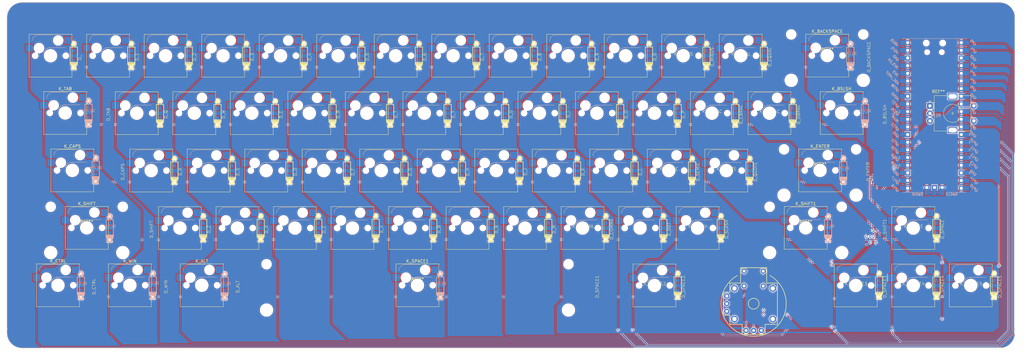
<source format=kicad_pcb>
(kicad_pcb (version 20221018) (generator pcbnew)
  (layers (0 "F.Cu" signal) (31 "B.Cu" signal) (34 "B.Paste" user) (35 "F.Paste" user) (36 "B.SilkS" user "B.Silkscreen") (37 "F.SilkS" user "F.Silkscreen") (38 "B.Mask" user) (39 "F.Mask" user) (44 "Edge.Cuts" user))
  (net 0 "")
  (footprint "personal:nothing" (layer "F.Cu") (at 440.50009 207.922334 90)
    (fp_text reference "D_ENTER")
    (fp_text value "D")
  )
  (footprint "personal:1u mx hotswap with diode" (layer "F.Cu") (at 244.73759 226.472334)
    (fp_text reference "K_C")
    (fp_text value "KEYSW")
  )
  (footprint "Mounting_Keyboard_Stabilizer:Stabilizer_Cherry_MX_2.00u" (layer "F.Cu") (at 418.56884 207.422334)
    (fp_text reference "REF**")
    (fp_text value "Stabilizer_Cherry_MX_2.00u")
  )
  (footprint "personal:1u mx hotswap with diode" (layer "F.Cu") (at 282.83759 226.472334)
    (fp_text reference "K_B")
    (fp_text value "KEYSW")
  )
  (footprint "personal:1u mx hotswap with diode" (layer "F.Cu") (at 292.36259 207.422334)
    (fp_text reference "K_H")
    (fp_text value "KEYSW")
  )
  (footprint "personal:nothing" (layer "F.Cu") (at 226.18759 246.022334 90)
    (fp_text reference "D_ALT")
    (fp_text value "D")
  )
  (footprint "personal:1u mx hotswap with diode" (layer "F.Cu") (at 182.82509 169.322334)
    (fp_text reference "K_1")
    (fp_text value "KEYSW")
  )
  (footprint "personal:nothing" (layer "F.Cu") (at 292.86259 226.972334 90)
    (fp_text reference "D_B")
    (fp_text value "D")
  )
  (footprint "Switch_Keyboard_Hotswap_Kailh:SW_Hotswap_Kailh_MX_2.00u" (layer "F.Cu") (at 420.95009 169.322334)
    (fp_text reference "K_BACKSPACE")
    (fp_text value "KEYSW")
  )
  (footprint "personal:nothing" (layer "F.Cu") (at 216.66259 226.972334 90)
    (fp_text reference "D_Z")
    (fp_text value "D")
  )
  (footprint "personal:nothing" (layer "F.Cu") (at 178.56259 246.022334 90)
    (fp_text reference "D_CTRL")
    (fp_text value "D")
  )
  (footprint "personal:nothing" (layer "F.Cu") (at 345.25009 169.822334 90)
    (fp_text reference "D_9")
    (fp_text value "D")
  )
  (footprint "personal:1u mx hotswap with diode" (layer "F.Cu") (at 197.11259 207.422334)
    (fp_text reference "K_A")
    (fp_text value "KEYSW")
  )
  (footprint "personal:1u mx hotswap with diode" (layer "F.Cu") (at 311.41259 207.422334)
    (fp_text reference "K_J")
    (fp_text value "KEYSW")
  )
  (footprint "personal:nothing" (layer "F.Cu") (at 311.91259 226.972334 90)
    (fp_text reference "D_N")
    (fp_text value "D")
  )
  (footprint "personal:nothing" (layer "F.Cu") (at 297.62509 188.872334 90)
    (fp_text reference "D_Y")
    (fp_text value "D")
  )
  (footprint "personal:1u mx hotswap with diode" (layer "F.Cu") (at 325.70009 188.372334)
    (fp_text reference "K_I")
    (fp_text value "KEYSW")
  )
  (footprint "Switch_Keyboard_Hotswap_Kailh:SW_Hotswap_Kailh_MX_1.25u" (layer "F.Cu") (at 189.96884 245.522334)
    (fp_text reference "K_WIN")
    (fp_text value "KEYSW")
  )
  (footprint "PS4_joystick_footprint-main:PS4_joystick" (layer "F.Cu") (at 396.566235 251.639321)
    (fp_text reference "REF**" hide)
    (fp_text value "XDCR_COM-09032" hide)
  )
  (footprint "personal:1u mx hotswap with diode" (layer "F.Cu") (at 449.52509 245.522334)
    (fp_text reference "K_SPACE4")
    (fp_text value "KEYSW")
  )
  (footprint "personal:nothing" (layer "F.Cu") (at 383.35009 169.822334 90)
    (fp_text reference "D_MINUS")
    (fp_text value "D")
  )
  (footprint "personal:nothing" (layer "F.Cu") (at 269.05009 169.822334 90)
    (fp_text reference "D_5")
    (fp_text value "D")
  )
  (footprint "personal:nothing" (layer "F.Cu") (at 288.10009 169.822334 90)
    (fp_text reference "D_6")
    (fp_text value "D")
  )
  (footprint "personal:nothing" (layer "F.Cu") (at 335.72509 188.872334 90)
    (fp_text reference "D_I")
    (fp_text value "D")
  )
  (footprint "personal:nothing" (layer "F.Cu") (at 316.67509 188.872334 90)
    (fp_text reference "D_U")
    (fp_text value "D")
  )
  (footprint "personal:nothing" (layer "F.Cu") (at 402.40009 169.822334 90)
    (fp_text reference "D_EQUAL")
    (fp_text value "D")
  )
  (footprint "personal:nothing" (layer "F.Cu") (at 440.50009 188.872334 90)
    (fp_text reference "D_BSLSH")
    (fp_text value "D")
  )
  (footprint "personal:1u mx hotswap with diode" (layer "F.Cu") (at 468.57509 245.522334)
    (fp_text reference "K_SPACE5")
    (fp_text value "KEYSW")
  )
  (footprint "Switch_Keyboard_Hotswap_Kailh:SW_Hotswap_Kailh_MX_1.75u" (layer "F.Cu") (at 170.91884 207.422334)
    (fp_text reference "K_CAPS")
    (fp_text value "KEYSW")
  )
  (footprint "Mounting_Keyboard_Stabilizer:Stabilizer_Cherry_MX_6.25u" (layer "F.Cu") (at 285.237077 245.522033)
    (fp_text reference "REF**")
    (fp_text value "Stabilizer_Cherry_MX_6.25u" hide)
  )
  (footprint "personal:1u mx hotswap with diode" (layer "F.Cu") (at 392.37509 169.322334)
    (fp_text reference "K_EQUAL")
    (fp_text value "KEYSW")
  )
  (footprint "personal:nothing" (layer "F.Cu") (at 283.33759 207.922334 90)
    (fp_text reference "D_G")
    (fp_text value "D")
  )
  (footprint "Switch_Keyboard_Hotswap_Kailh:SW_Hotswap_Kailh_MX_1.25u" (layer "F.Cu") (at 213.78134 245.522334)
    (fp_text reference "K_ALT")
    (fp_text value "KEYSW")
  )
  (footprint "personal:1u mx hotswap with diode" (layer "F.Cu") (at 320.93759 226.472334)
    (fp_text reference "K_M")
    (fp_text value "KEYSW")
  )
  (footprint "Switch_Keyboard_Hotswap_Kailh:SW_Hotswap_Kailh_MX_2.25u" (layer "F.Cu") (at 418.56884 207.422334)
    (fp_text reference "K_ENTER")
    (fp_text value "KEYSW")
  )
  (footprint "personal:nothing" (layer "F.Cu") (at 459.55009 246.022334 90)
    (fp_text reference "D_SPACE4")
    (fp_text value "D")
  )
  (footprint "Switch_Keyboard_Hotswap_Kailh:SW_Hotswap_Kailh_MX_2.75u" (layer "F.Cu") (at 413.80634 226.472334)
    (fp_text reference "K_SHIFT1")
    (fp_text value "KEYSW")
  )
  (footprint "personal:nothing" (layer "F.Cu") (at 373.82509 188.872334 90)
    (fp_text reference "D_P")
    (fp_text value "D")
  )
  (footprint "Switch_Keyboard_Hotswap_Kailh:SW_Hotswap_Kailh_MX_6.25u" (layer "F.Cu") (at 285.21884 245.522334)
    (fp_text reference "K_SPACE1")
    (fp_text value "KEYSW")
  )
  (footprint "personal:nothing" (layer "F.Cu") (at 207.13759 207.922334 90)
    (fp_text reference "D_A")
    (fp_text value "D")
  )
  (footprint "personal:nothing" (layer "F.Cu") (at 245.23759 207.922334 90)
    (fp_text reference "D_D")
    (fp_text value "D")
  )
  (footprint "personal:nothing" (layer "F.Cu") (at 354.77509 188.872334 90)
    (fp_text reference "D_O")
    (fp_text value "D")
  )
  (footprint "personal:nothing" (layer "F.Cu") (at 364.30009 169.822334 90)
    (fp_text reference "D_0")
    (fp_text value "D")
  )
  (footprint "personal:nothing" (layer "F.Cu") (at 221.42509 188.872334 90)
    (fp_text reference "D_W")
    (fp_text value "D")
  )
  (footprint "personal:1u mx hotswap with diode" (layer "F.Cu") (at 259.02509 169.322334)
    (fp_text reference "K_5")
    (fp_text value "KEYSW")
  )
  (footprint "personal:1u mx hotswap with diode" (layer "F.Cu") (at 225.68759 226.472334)
    (fp_text reference "K_X")
    (fp_text value "KEYSW")
  )
  (footprint "personal:nothing" (layer "F.Cu") (at 340.48759 207.922334 90)
    (fp_text reference "D_K")
    (fp_text value "D")
  )
  (footprint "personal:nothing" (layer "F.Cu") (at 250.00009 169.822334 90)
    (fp_text reference "D_4")
    (fp_text value "D")
  )
  (footprint "personal:nothing" (layer "F.Cu") (at 388.11259 226.972334 90)
    (fp_text reference "D_SLASH")
    (fp_text value "D")
  )
  (footprint "personal:nothing" (layer "F.Cu") (at 202.37509 246.022334 90)
    (fp_text reference "D_WIN")
    (fp_text value "D")
  )
  (footprint "personal:1u mx hotswap with diode" (layer "F.Cu") (at 359.03759 226.472334)
    (fp_text reference "K_DOT")
    (fp_text value "KEYSW")
  )
  (footprint "personal:1u mx hotswap with diode" (layer "F.Cu") (at 220.92509 169.322334)
    (fp_text reference "K_3")
    (fp_text value "KEYSW")
  )
  (footprint "personal:nothing" (layer "F.Cu") (at 211.90009 169.822334 90)
    (fp_text reference "D_2")
    (fp_text value "D")
  )
  (footprint "Mounting_Keyboard_Stabilizer:Stabilizer_Cherry_MX_2.00u" (layer "F.Cu") (at 420.95009 169.322334)
    (fp_text reference "REF**")
    (fp_text value "Stabilizer_Cherry_MX_2.00u")
  )
  (footprint "personal:nothing" (layer "F.Cu") (at 307.15009 169.822334 90)
    (fp_text reference "D_7")
    (fp_text value "D")
  )
  (footprint "personal:nothing" (layer "F.Cu") (at 188.08759 207.922334 90)
    (fp_text reference "D_CAPS")
    (fp_text value "D")
  )
  (footprint "personal:1u mx hotswap with diode" (layer "F.Cu") (at 278.07509 169.322334)
    (fp_text reference "K_6")
    (fp_text value "KEYSW")
  )
  (footprint "personal:nothing" (layer "F.Cu") (at 350.01259 226.972334 90)
    (fp_text reference "D_COMMA")
    (fp_text value "D")
  )
  (footprint "Switch_Keyboard_Hotswap_Kailh:SW_Hotswap_Kailh_MX_1.50u" (layer "F.Cu") (at 168.53759 188.372334)
    (fp_text reference "K_TAB")
    (fp_text value "KEYSW")
  )
  (footprint "personal:1u mx hotswap with diode" (layer "F.Cu") (at 301.88759 226.472334)
    (fp_text reference "K_N")
    (fp_text value "KEYSW")
  )
  (footprint "personal:1u mx hotswap with diode" (layer "F.Cu") (at 363.80009 245.522334)
    (fp_text reference "K_SPACE2")
    (fp_text value "KEYSW")
  )
  (footprint "personal:nothing" (layer "F.Cu") (at 397.63759 207.922334 90)
    (fp_text reference "D_QUOTE")
    (fp_text value "D")
  )
  (footprint "personal:nothing" (layer "F.Cu") (at 378.58759 207.922334 90)
    (fp_text reference "D_SEMIC")
    (fp_text value "D")
  )
  (footprint "personal:nothing" (layer "F.Cu") (at 259.52509 188.872334 90)
    (fp_text reference "D_R")
    (fp_text value "D")
  )
  (footprint "personal:nothing" (layer "F.Cu") (at 197.61259 226.972334 90)
    (fp_text reference "D_SHIFT")
    (fp_text value "D")
  )
  (footprint "personal:1u mx hotswap with diode" (layer "F.Cu") (at 387.61259 207.422334)
    (fp_text reference "K_QUOTE")
    (fp_text value "KEYSW")
  )
  (footprint "personal:nothing" (layer "F.Cu") (at 173.80009 169.822334 90)
    (fp_text reference "D_`")
    (fp_text value "D")
  )
  (footprint "personal:nothing" (layer "F.Cu") (at 330.96259 226.972334 90)
    (fp_text reference "D_M")
    (fp_text value "D")
  )
  (footprint "personal:1u mx hotswap with diode" (layer "F.Cu") (at 339.98759 226.472334)
    (fp_text reference "K_COMMA")
    (fp_text value "KEYSW")
  )
  (footprint "personal:nothing" (layer "F.Cu") (at 440.50009 169.822334 90)
    (fp_text reference "D_BACKSPACE")
    (fp_text value "D")
  )
  (footprint "personal:1u mx hotswap with diode" (layer "F.Cu") (at 263.78759 226.472334)
    (fp_text reference "K_V")
    (fp_text value "KEYSW")
  )
  (footprint "personal:1u mx hotswap with diode" (layer "F.Cu") (at 449.52509 226.472334)
    (fp_text reference "K_SPACE")
    (fp_text value "KEYSW")
  )
  (footprint "personal:1u mx hotswap with diode" (layer "F.Cu") (at 316.17509 169.322334)
    (fp_text reference "K_8")
    (fp_text value "KEYSW")
  )
  (footprint "personal:nothing" (layer "F.Cu") (at 230.95009 169.822334 90)
    (fp_text reference "D_3")
    (fp_text value "D")
  )
  (footprint "Switch_Keyboard_Hotswap_Kailh:SW_Hotswap_Kailh_MX_1.25u" (layer "F.Cu") (at 166.15634 245.522334)
    (fp_text reference "K_CTRL")
    (fp_text value "KEYSW")
  )
  (footprint "personal:nothing" (layer "F.Cu") (at 326.20009 169.822334 90)
    (fp_text reference "D_8")
    (fp_text value "D")
  )
  (footprint "personal:nothing" (layer "F.Cu") (at 440.50009 226.972334 90)
    (fp_text reference "D_SHIFT1")
    (fp_text value "D")
  )
  (footprint "personal:nothing" (layer "F.Cu") (at 226.18759 207.922334 90)
    (fp_text reference "D_S")
    (fp_text value "D")
  )
  (footprint "personal:nothing" (layer "F.Cu") (at 411.92509 188.872334 90)
    (fp_text reference "D_OBRAC")
    (fp_text value "D")
  )
  (footprint "personal:nothing" (layer "F.Cu") (at 440.50009 246.022334 90)
    (fp_text reference "D_SPACE3")
    (fp_text value "D")
  )
  (footprint "personal:1u mx hotswap with diode" (layer "F.Cu") (at 163.77509 169.322334)
    (fp_text reference "K_`")
    (fp_text value "KEYSW")
  )
  (footprint "Rotary_Encoder:RotaryEncoder_Alps_EC11E-Switch_Vertical_H20mm" (layer "F.Cu") (at 454.961348 186.000862)
    (fp_text reference "REF**")
    (fp_text value "RotaryEncoder_Alps_EC11E-Switch_Vertical_H20mm" hide)
  )
  (footprint "personal:nothing" (layer "F.Cu") (at 254.76259 226.972334 90)
    (fp_text reference "D_C")
    (fp_text value "D")
  )
  (footprint "personal:nothing" (layer "F.Cu") (at 345.25009 246.022334 90)
    (fp_text reference "D_SPACE1")
    (fp_text value "D")
  )
  (footprint "personal:1u mx hotswap with diode" (layer "F.Cu") (at 249.50009 188.372334)
    (fp_text reference "K_R")
    (fp_text value "KEYSW")
  )
  (footprint "personal:1u mx hotswap with diode" (layer "F.Cu") (at 363.80009 188.372334)
    (fp_text reference "K_P")
    (fp_text value "KEYSW")
  )
  (footprint "personal:nothing" (layer "F.Cu") (at 373.82509 246.022334 90)
    (fp_text reference "D_SPACE2")
    (fp_text value "D")
  )
  (footprint "personal:1u mx hotswap with diode" (layer "F.Cu") (at 211.40009 188.372334)
    (fp_text reference "K_W")
    (fp_text value "KEYSW")
  )
  (footprint "personal:1u mx hotswap with diode" (layer "F.Cu") (at 287.60009 188.372334)
    (fp_text reference "K_Y")
    (fp_text value "KEYSW")
  )
  (footprint "personal:1u mx hotswap with diode" (layer "F.Cu") (at 330.46259 207.422334)
    (fp_text reference "K_K")
    (fp_text value "KEYSW")
  )
  (footprint "personal:1u mx hotswap with diode" (layer "F.Cu") (at 354.27509 169.322334)
    (fp_text reference "K_0")
    (fp_text value "KEYSW")
  )
  (footprint "personal:1u mx hotswap with diode" (layer "F.Cu") (at 273.31259 207.422334)
    (fp_text reference "K_G")
    (fp_text value "KEYSW")
  )
  (footprint "personal:1u mx hotswap with diode" (layer "F.Cu") (at 349.51259 207.422334)
    (fp_text reference "K_L")
    (fp_text value "KEYSW")
  )
  (footprint "personal:1u mx hotswap with diode" (layer "F.Cu") (at 206.63759 226.472334)
    (fp_text reference "K_Z")
    (fp_text value "KEYSW")
  )
  (footprint "personal:1u mx hotswap with diode" (layer "F.Cu") (at 335.22509 169.322334)
    (fp_text reference "K_9")
    (fp_text value "KEYSW")
  )
  (footprint "personal:nothing" (layer "F.Cu") (at 235.71259 226.972334 90)
    (fp_text reference "D_X")
    (fp_text value "D")
  )
  (footprint "personal:1u mx hotswap with diode" (layer "F.Cu") (at 239.97509 169.322334)
    (fp_text reference "K_4")
    (fp_text value "KEYSW")
  )
  (footprint "personal:nothing" (layer "F.Cu") (at 278.57509 188.872334 90)
    (fp_text reference "D_T")
    (fp_text value "D")
  )
  (footprint "Mounting_Keyboard_Stabilizer:Stabilizer_Cherry_MX_2.00u" (layer "F.Cu") (at 175.68134 226.472334)
    (fp_text reference "REF**")
    (fp_text value "Stabilizer_Cherry_MX_2.00u")
  )
  (footprint "personal:nothing" (layer "F.Cu") (at 321.43759 207.922334 90)
    (fp_text reference "D_J")
    (fp_text value "D")
  )
  (footprint "personal:1u mx hotswap with diode" (layer "F.Cu") (at 378.08759 226.472334)
    (fp_text reference "K_SLASH")
    (fp_text value "KEYSW")
  )
  (footprint "personal:1u mx hotswap with diode" (layer "F.Cu") (at 216.16259 207.422334)
    (fp_text reference "K_S")
    (fp_text value "KEYSW")
  )
  (footprint "personal:1u mx hotswap with diode" (layer "F.Cu") (at 344.75009 188.372334)
    (fp_text reference "K_O")
    (fp_text value "KEYSW")
  )
  (footprint "personal:1u mx hotswap with diode" (layer "F.Cu") (at 254.26259 207.422334)
    (fp_text reference "K_F")
    (fp_text value "KEYSW")
  )
  (footprint "personal:nothing" (layer "F.Cu") (at 240.47509 188.872334 90)
    (fp_text reference "D_E")
    (fp_text value "D")
  )
  (footprint "personal:1u mx hotswap with diode" (layer "F.Cu") (at 382.85009 188.372334)
    (fp_text reference "K_CBRAC")
    (fp_text value "KEYSW")
  )
  (footprint "personal:nothing" (layer "F.Cu") (at 369.06259 226.972334 90)
    (fp_text reference "D_DOT")
    (fp_text value "D")
  )
  (footprint "personal:1u mx hotswap with diode" (layer "F.Cu") (at 430.47509 245.522334)
    (fp_text reference "K_SPACE3")
    (fp_text value "KEYSW")
  )
  (footprint "personal:nothing" (layer "F.Cu") (at 264.28759 207.922334 90)
    (fp_text reference "D_F")
    (fp_text value "D")
  )
  (footprint "Switch_Keyboard_Hotswap_Kailh:SW_Hotswap_Kailh_MX_2.25u" (layer "F.Cu") (at 175.68134 226.472334)
    (fp_text reference "K_SHIFT")
    (fp_text value "KEYSW")
  )
  (footprint "personal:nothing" (layer "F.Cu") (at 273.81259 226.972334 90)
    (fp_text reference "D_V")
    (fp_text value "D")
  )
  (footprint "personal:nothing" (layer "F.Cu") (at 192.85009 169.822334 90)
    (fp_text reference "D_1")
    (fp_text value "D")
  )
  (footprint "Switch_Keyboard_Hotswap_Kailh:SW_Hotswap_Kailh_MX_1.50u" (layer "F.Cu") (at 425.71259 188.372334)
    (fp_text reference "K_BSLSH")
    (fp_text value "KEYSW")
  )
  (footprint "personal:1u mx hotswap with diode" (layer "F.Cu") (at 306.65009 188.372334)
    (fp_text reference "K_U")
    (fp_text value "KEYSW")
  )
  (footprint "personal:nothing" (layer "F.Cu") (at 302.38759 207.922334 90)
    (fp_text reference "D_H")
    (fp_text value "D")
  )
  (footprint "personal:nothing" (layer "F.Cu") (at 183.32509 188.872334 90)
    (fp_text reference "D_TAB")
    (fp_text value "D")
  )
  (footprint "personal:nothing" (layer "F.Cu") (at 392.87509 188.872334 90)
    (fp_text reference "D_CBRAC")
    (fp_text value "D")
  )
  (footprint "personal:1u mx hotswap with diode" (layer "F.Cu") (at 192.35009 188.372334)
    (fp_text reference "K_Q")
    (fp_text value "KEYSW")
  )
  (footprint "personal:1u mx hotswap with diode" (layer "F.Cu") (at 368.56259 207.422334)
    (fp_text reference "K_SEMIC")
    (fp_text value "KEYSW")
  )
  (footprint "personal:1u mx hotswap with diode" (layer "F.Cu") (at 230.45009 188.372334)
    (fp_text reference "K_E")
    (fp_text value "KEYSW")
  )
  (footprint "personal:nothing" (layer "F.Cu") (at 359.53759 207.922334 90)
    (fp_text reference "D_L")
    (fp_text value "D")
  )
  (footprint "personal:1u mx hotswap with diode" (layer "F.Cu") (at 297.12509 169.322334)
    (fp_text reference "K_7")
    (fp_text value "KEYSW")
  )
  (footprint "personal:nothing" (layer "F.Cu") (at 478.60009 246.022334 90)
    (fp_text reference "D_SPACE5")
    (fp_text value "D")
  )
  (footprint "personal:1u mx hotswap with diode" (layer "F.Cu") (at 201.87509 169.322334)
    (fp_text reference "K_2")
    (fp_text value "KEYSW")
  )
  (footprint "personal:1u mx hotswap with diode" (layer "F.Cu") (at 235.21259 207.422334)
    (fp_text reference "K_D")
    (fp_text value "KEYSW")
  )
  (footprint "personal:1u mx hotswap with diode" (layer "F.Cu") (at 401.90009 188.372334)
    (fp_text reference "K_OBRAC")
    (fp_text value "KEYSW")
  )
  (footprint "personal:nothing" (layer "F.Cu") (at 202.37509 188.872334 90)
    (fp_text reference "D_Q")
    (fp_text value "D")
  )
  (footprint "personal:nothing" (layer "F.Cu") (at 459.55009 226.972334 90)
    (fp_text reference "D_SPACE")
    (fp_text value "D")
  )
  (footprint "personal:1u mx hotswap with diode" (layer "F.Cu") (at 268.55009 188.372334)
    (fp_text reference "K_T")
    (fp_text value "KEYSW")
  )
  (footprint "personal:1u mx hotswap with diode" (layer "F.Cu") (at 373.32509 169.322334)
    (fp_text reference "K_MINUS")
    (fp_text value "KEYSW")
  )
  (footprint "Mounting_Keyboard_Stabilizer:Stabilizer_Cherry_MX_2.00u" (layer "F.Cu") (at 413.80634 226.472334)
    (fp_text reference "REF**")
    (fp_text value "Stabilizer_Cherry_MX_2.00u")
  )
  (footprint "personal:diode tht smd" (layer "B.Cu") (at 428.562763 169.279635 180)
    (fp_text reference "REF**")
    (fp_text value "diode tht smd")
  )
  (footprint "personal:diode tht smd" (layer "B.Cu") (at 433.368817 188.259003 180)
    (fp_text reference "REF**")
    (fp_text value "diode tht smd")
  )
  (footprint "personal:diode tht smd" (layer "B.Cu") (at 197.474122 245.429286 180)
    (fp_text reference "REF**")
    (fp_text value "diode tht smd")
  )
  (footprint "personal:diode tht smd" (layer "B.Cu") (at 183.23864 226.511413 180)
    (fp_text reference "REF**")
    (fp_text value "diode tht smd")
  )
  (footprint "personal:diode tht smd" (layer "B.Cu") (at 421.169467 226.497573 180)
    (fp_text reference "REF**")
    (fp_text value "diode tht smd")
  )
  (footprint "personal:diode tht smd" (layer "B.Cu") (at 173.674708 245.527226 180)
    (fp_text reference "REF**")
    (fp_text value "diode tht smd")
  )
  (footprint "personal:diode tht smd" (layer "B.Cu") (at 176.21494 188.216878 180)
    (fp_text reference "REF**")
    (fp_text value "diode tht smd")
  )
  (footprint "personal:diode tht smd" (layer "B.Cu") (at 292.699326 245.551273 180)
    (fp_text reference "REF**")
    (fp_text value "diode tht smd")
  )
  (footprint "MCU_RaspberryPi_and_Boards:RPi_Pico_SMD_TH" (layer "B.Cu") (at 456.46542 189.192046 180)
    (fp_text reference "REF**")
    (fp_text value "RPi_Pico_SMD_TH")
  )
  (footprint "personal:diode tht smd" (layer "B.Cu") (at 178.572497 207.133286 180)
    (fp_text reference "REF**")
    (fp_text value "diode tht smd")
  )
  (footprint "personal:diode tht smd" (layer "B.Cu") (at 426.188888 207.28268 180)
    (fp_text reference "REF**")
    (fp_text value "diode tht smd")
  )
  (footprint "personal:diode tht smd" (layer "B.Cu") (at 221.273537 245.61817 180)
    (fp_text reference "REF**")
    (fp_text value "diode tht smd")
  )
  (gr_arc (start 154.25009 266.363649) (mid 150.714556 264.899183) (end 149.25009 261.363649) (stroke (width 0.1)) (layer "Edge.Cuts"))
  (gr_arc (start 478.10009 151.698516) (mid 481.635624 153.162982) (end 483.10009 156.698516) (stroke (width 0.1)) (layer "Edge.Cuts"))
  (gr_arc (start 149.25009 154.797334) (mid 149.25009 154.797334) (end 149.25009 154.797334) (stroke (width 0.2)) (layer "Edge.Cuts"))
  (gr_line (start 154.25009 151.698516) (end 478.10009 151.698516) (stroke (width 0.1)) (layer "Edge.Cuts"))
  (gr_line (start 478.10009 266.363649) (end 154.25009 266.363649) (stroke (width 0.1)) (layer "Edge.Cuts"))
  (gr_line (start 483.10009 156.698516) (end 483.10009 261.363649) (stroke (width 0.1)) (layer "Edge.Cuts"))
  (gr_line (start 149.25009 261.363649) (end 149.25009 156.698516) (stroke (width 0.1)) (layer "Edge.Cuts"))
  (gr_arc (start 483.10009 261.363649) (mid 481.635606 264.899148) (end 478.10009 266.363649) (stroke (width 0.1)) (layer "Edge.Cuts"))
  (gr_arc (start 149.25009 260.047334) (mid 149.25009 260.047334) (end 149.25009 260.047334) (stroke (width 0.2)) (layer "Edge.Cuts"))
  (gr_arc (start 149.25009 156.698516) (mid 150.71455 153.162968) (end 154.25009 151.698516) (stroke (width 0.1)) (layer "Edge.Cuts"))
  (gr_arc (start 483.10009 260.047334) (mid 483.10009 260.047334) (end 483.10009 260.047334) (stroke (width 0.2)) (layer "Edge.Cuts"))
  (gr_arc (start 483.10009 154.797334) (mid 483.10009 154.797334) (end 483.10009 154.797334) (stroke (width 0.2)) (layer "Edge.Cuts"))
  (segment (start 481.589494 207.026068) (end 477.725472 203.162046) (width 0.25) (layer "F.Cu") (net 0))
  (segment (start 396.363189 239.201631) (end 396.810915 238.753905) (width 0.2) (layer "F.Cu") (net 0))
  (segment (start 178.841545 211.302334) (end 178.632497 211.093286) (width 0.25) (layer "F.Cu") (net 0))
  (segment (start 440.646179 234.981073) (end 437.129667 231.464561) (width 0.25) (layer "F.Cu") (net 0))
  (segment (start 447.57542 187.922046) (end 443.865642 187.922046) (width 0.25) (layer "F.Cu") (net 0))
  (segment (start 408.705637 259.134158) (end 408.705637 249.973272) (width 0.25) (layer "F.Cu") (net 0))
  (segment (start 449.6847 163.47096) (end 450.662868 164.449128) (width 0.25) (layer "F.Cu") (net 0))
  (segment (start 443.865642 187.922046) (end 443.101863 188.685825) (width 0.25) (layer "F.Cu") (net 0))
  (segment (start 442.220404 189.567284) (end 442.220404 201.320082) (width 0.25) (layer "F.Cu") (net 0))
  (segment (start 437.39084 227.474816) (end 437.39084 211.587548) (width 0.2) (layer "F.Cu") (net 0))
  (segment (start 450.662868 209.07303) (end 451.512847 209.923009) (width 0.25) (layer "F.Cu") (net 0))
  (segment (start 435.164942 231.324013) (end 434.516155 231.9728) (width 0.25) (layer "F.Cu") (net 0))
  (segment (start 407.384752 255.256908) (end 407.636597 255.256908) (width 0.2) (layer "F.Cu") (net 0))
  (segment (start 442.220404 201.320082) (end 442.220404 202.98817) (width 0.25) (layer "F.Cu") (net 0))
  (segment (start 415.180024 237.973828) (end 421.637279 237.973828) (width 0.2) (layer "F.Cu") (net 0))
  (segment (start 436.295625 228.570031) (end 437.352755 227.512901) (width 0.2) (layer "F.Cu") (net 0))
  (segment (start 477.281797 264.396003) (end 480.981753 260.696047) (width 0.25) (layer "F.Cu") (net 0))
  (segment (start 204.72259 211.302334) (end 426.189234 211.302334) (width 0.25) (layer "F.Cu") (net 0))
  (segment (start 439.039096 173.239635) (end 442.446403 169.832328) (width 0.25) (layer "F.Cu") (net 0))
  (segment (start 396.532704 237.683052) (end 401.125467 237.683052) (width 0.2) (layer "F.Cu") (net 0))
  (segment (start 438.160372 214.870735) (end 442.249061 210.782046) (width 0.25) (layer "F.Cu") (net 0))
  (segment (start 451.349925 198.129009) (end 462.838219 186.640715) (width 0.2) (layer "F.Cu") (net 0))
  (segment (start 478.684651 198.082046) (end 465.35542 198.082046) (width 0.25) (layer "F.Cu") (net 0))
  (segment (start 437.352755 227.512901) (end 437.39084 227.474816) (width 0.2) (layer "F.Cu") (net 0))
  (segment (start 477.177714 205.702046) (end 465.35542 205.702046) (width 0.25) (layer "F.Cu") (net 0))
  (segment (start 440.646179 249.402334) (end 476.18509 249.402334) (width 0.25) (layer "F.Cu") (net 0))
  (segment (start 414.399947 238.753905) (end 415.180024 237.973828) (width 0.2) (layer "F.Cu") (net 0))
  (segment (start 436.017347 227.303857) (end 436.017347 211.08605) (width 0.25) (layer "F.Cu") (net 0))
  (segment (start 436.017347 211.08605) (end 441.401351 205.702046) (width 0.25) (layer "F.Cu") (net 0))
  (segment (start 480.981753 209.506085) (end 477.177714 205.702046) (width 0.25) (layer "F.Cu") (net 0))
  (segment (start 434.516155 231.9728) (end 419.742809 231.9728) (width 0.25) (layer "F.Cu") (net 0))
  (segment (start 458.992738 256.678283) (end 458.984444 256.678283) (width 0.2) (layer "F.Cu") (net 0))
  (segment (start 449.986155 214.941602) (end 449.986155 177.632781) (width 0.2) (layer "F.Cu") (net 0))
  (segment (start 371.41009 249.402334) (end 371.603259 249.595503) (width 0.25) (layer "F.Cu") (net 0))
  (segment (start 414.032557 237.683052) (end 416.556109 235.1595) (width 0.2) (layer "F.Cu") (net 0))
  (segment (start 396.810915 238.753905) (end 414.399947 238.753905) (width 0.2) (layer "F.Cu") (net 0))
  (segment (start 423.586099 260.624889) (end 427.881466 264.920256) (width 0.25) (layer "F.Cu") (net 0))
  (segment (start 415.200839 237.17936) (end 422.014752 237.17936) (width 0.2) (layer "F.Cu") (net 0))
  (segment (start 482.586534 261.277842) (end 482.586534 201.983929) (width 0.25) (layer "F.Cu") (net 0))
  (segment (start 478.036128 200.622046) (end 465.35542 200.622046) (width 0.25) (layer "F.Cu") (net 0))
  (segment (start 435.208734 229.285152) (end 435.159763 229.334123) (width 0.25) (layer "F.Cu") (net 0))
  (segment (start 469.461348 194.561181) (end 468.480483 195.542046) (width 0.2) (layer "F.Cu") (net 0))
  (segment (start 438.160372 230.352334) (end 457.13509 230.352334) (width 0.25) (layer "F.Cu") (net 0))
  (segment (start 394.041235 257.834022) (end 394.4147 257.460557) (width 0.2) (layer "F.Cu") (net 0))
  (segment (start 214.24759 230.352334) (end 214.128511 230.471413) (width 0.25) (layer "F.Cu") (net 0))
  (segment (start 482.108913 204.694831) (end 478.036128 200.622046) (width 0.25) (layer "F.Cu") (net 0))
  (segment (start 440.646179 249.402334) (end 440.646179 234.981073) (width 0.25) (layer "F.Cu") (net 0))
  (segment (start 428.622763 173.239635) (end 439.039096 173.239635) (width 0.25) (layer "F.Cu") (net 0))
  (segment (start 199.96009 192.252334) (end 433.395486 192.252334) (width 0.25) (layer "F.Cu") (net 0))
  (segment (start 468.480483 195.542046) (end 465.35542 195.542046) (width 0.2) (layer "F.Cu") (net 0))
  (segment (start 437.514152 249.973272) (end 438.08509 249.402334) (width 0.25) (layer "F.Cu") (net 0))
  (segment (start 477.460855 264.920256) (end 481.589494 260.791617) (width 0.25) (layer "F.Cu") (net 0))
  (segment (start 357.242604 265.940488) (end 477.923888 265.940488) (width 0.25) (layer "F.Cu") (net 0))
  (segment (start 438.08509 249.402334) (end 440.646179 249.402334) (width 0.25) (layer "F.Cu") (net 0))
  (segment (start 422.369568 259.3494) (end 456.321621 259.3494) (width 0.2) (layer "F.Cu") (net 0))
  (segment (start 477.831591 239.115289) (end 477.831591 209.434228) (width 0.2) (layer "F.Cu") (net 0))
  (segment (start 384.622896 249.595503) (end 384.622896 260.078579) (width 0.25) (layer "F.Cu") (net 0))
  (segment (start 443.770854 163.47096) (end 449.6847 163.47096) (width 0.25) (layer "F.Cu") (net 0))
  (segment (start 416.556109 235.1595) (end 416.928782 234.786827) (width 0.2) (layer "F.Cu") (net 0))
  (segment (start 204.72259 211.302334) (end 178.841545 211.302334) (width 0.25) (layer "F.Cu") (net 0))
  (segment (start 441.00315 204.205424) (end 434.638448 210.570126) (width 0.25) (layer "F.Cu") (net 0))
  (segment (start 452.315728 217.271175) (end 449.986155 214.941602) (width 0.2) (layer "F.Cu") (net 0))
  (segment (start 399.859494 253.720071) (end 399.859494 250.083795) (width 0.2) (layer "F.Cu") (net 0))
  (segment (start 396.363189 246.58749) (end 396.363189 239.201631) (width 0.2) (layer "F.Cu") (net 0))
  (segment (start 442.489791 261.453142) (end 445.432652 264.396003) (width 0.25) (layer "F.Cu") (net 0))
  (segment (start 476.639409 208.242046) (end 465.35542 208.242046) (width 0.2) (layer "F.Cu") (net 0))
  (segment (start 461.956383 209.923009) (end 465.35542 213.322046) (width 0.25) (layer "F.Cu") (net 0))
  (segment (start 449.986155 177.632781) (end 447.57542 175.222046) (width 0.2) (layer "F.Cu") (net 0))
  (segment (start 434.638448 210.570126) (end 434.638448 214.613334) (width 0.25) (layer "F.Cu") (net 0))
  (segment (start 445.432652 264.396003) (end 477.281797 264.396003) (width 0.25) (layer "F.Cu") (net 0))
  (segment (start 436.295625 229.291367) (end 436.295625 228.570031) (width 0.2) (layer "F.Cu") (net 0))
  (segment (start 396.713503 238.140105) (end 414.240094 238.140105) (width 0.2) (layer "F.Cu") (net 0))
  (segment (start 477.923888 265.940488) (end 482.586534 261.277842) (width 0.25) (layer "F.Cu") (net 0))
  (segment (start 405.689415 262.15038) (end 408.705637 259.134158) (width 0.25) (layer "F.Cu") (net 0))
  (segment (start 421.637279 237.973828) (end 422.445669 238.782218) (width 0.2) (layer "F.Cu") (net 0))
  (segment (start 442.489791 260.55769) (end 442.489791 261.453142) (width 0.25) (layer "F.Cu") (net 0))
  (segment (start 437.39084 211.587548) (end 442.259053 206.719335) (width 0.2) (layer "F.Cu") (net 0))
  (segment (start 443.101863 188.685825) (end 442.220404 189.567284) (width 0.25) (layer "F.Cu") (net 0))
  (segment (start 422.014752 237.17936) (end 422.419015 237.583623) (width 0.2) (layer "F.Cu") (net 0))
  (segment (start 442.446403 169.832328) (end 442.446403 164.795411) (width 0.25) (layer "F.Cu") (net 0))
  (segment (start 447.57542 203.162046) (end 442.73957 203.162046) (width 0.25) (layer "F.Cu") (net 0))
  (segment (start 395.773747 239.079861) (end 396.713503 238.140105) (width 0.2) (layer "F.Cu") (net 0))
  (segment (start 442.73957 203.162046) (end 437.223499 208.678117) (width 0.25) (layer "F.Cu") (net 0))
  (segment (start 419.742809 231.9728) (end 416.556109 235.1595) (width 0.25) (layer "F.Cu") (net 0))
  (segment (start 171.388423 173.199001) (end 428.582129 173.199001) (width 0.25) (layer "F.Cu") (net 0))
  (segment (start 408.705637 249.973272) (end 437.514152 249.973272) (width 0.25) (layer "F.Cu") (net 0))
  (segment (start 199.884634 192.176878) (end 176.27494 192.176878) (width 0.25) (layer "F.Cu") (net 0))
  (segment (start 214.24759 230.352334) (end 438.160372 230.352334) (width 0.25) (layer "F.Cu") (net 0))
  (segment (start 482.108913 261.074574) (end 482.108913 204.694831) (width 0.25) (layer "F.Cu") (net 0))
  (segment (start 356.510874 260.336811) (end 361.610859 265.436796) (width 0.25) (layer "F.Cu") (net 0))
  (segment (start 434.638448 214.613334) (end 434.638448 228.504489) (width 0.25) (layer "F.Cu") (net 0))
  (segment (start 482.586534 201.983929) (end 478.684651 198.082046) (width 0.25) (layer "F.Cu") (net 0))
  (segment (start 442.249061 210.782046) (end 447.57542 210.782046) (width 0.25) (layer "F.Cu") (net 0))
  (segment (start 434.638448 228.504489) (end 433.849492 229.293445) (width 0.25) (layer "F.Cu") (net 0))
  (segment (start 458.984444 256.678283) (end 458.971576 256.691151) (width 0.2) (layer "F.Cu") (net 0))
  (segment (start 481.589494 260.791617) (end 481.589494 207.026068) (width 0.25) (layer "F.Cu") (net 0))
  (segment (start 399.859494 250.083795) (end 396.363189 246.58749) (width 0.2) (layer "F.Cu") (net 0))
  (segment (start 458.971278 219.141658) (end 457.100795 217.271175) (width 0.2) (layer "F.Cu") (net 0))
  (segment (start 477.725472 203.162046) (end 465.35542 203.162046) (width 0.25) (layer "F.Cu") (net 0))
  (segment (start 384.622896 260.078579) (end 386.694697 262.15038) (width 0.25) (layer "F.Cu") (net 0))
  (segment (start 397.464374 255.445165) (end 397.632271 255.277268) (width 0.2) (layer "F.Cu") (net 0))
  (segment (start 176.062078 249.402334) (end 176.020459 249.443953) (width 0.25) (layer "F.Cu") (net 0))
  (segment (start 480.981753 260.696047) (end 480.981753 209.506085) (width 0.25) (layer "F.Cu") (net 0))
  (segment (start 442.259053 206.719335) (end 442.986466 206.719335) (width 0.2) (layer "F.Cu") (net 0))
  (segment (start 437.223499 208.678117) (end 435.208734 210.692882) (width 0.25) (layer "F.Cu") (net 0))
  (segment (start 401.125467 237.683052) (end 414.032557 237.683052) (width 0.2) (layer "F.Cu") (net 0))
  (segment (start 397.310925 254.564332) (end 406.692176 254.564332) (width 0.2) (layer "F.Cu") (net 0))
  (segment (start 441.401351 205.702046) (end 447.57542 205.702046) (width 0.25) (layer "F.Cu") (net 0))
  (segment (start 390.709838 251.624521) (end 395.773747 246.560612) (width 0.2) (layer "F.Cu") (net 0))
  (segment (start 351.722987 260.420871) (end 357.242604 265.940488) (width 0.25) (layer "F.Cu") (net 0))
  (segment (start 394.4147 257.460557) (end 397.310925 254.564332) (width 0.2) (layer "F.Cu") (net 0))
  (segment (start 386.694697 262.15038) (end 405.689415 262.15038) (width 0.25) (layer "F.Cu") (net 0))
  (segment (start 456.321621 259.3494) (end 458.992738 256.678283) (width 0.2) (layer "F.Cu") (net 0))
  (segment (start 387.661235 251.624521) (end 390.709838 251.624521) (width 0.2) (layer "F.Cu") (net 0))
  (segment (start 414.240094 238.140105) (end 415.200839 237.17936) (width 0.2) (layer "F.Cu") (net 0))
  (segment (start 433.395486 192.252334) (end 433.428817 192.219003) (width 0.25) (layer "F.Cu") (net 0))
  (segment (start 361.610859 265.436796) (end 477.746691 265.436796) (width 0.25) (layer "F.Cu") (net 0))
  (segment (start 397.632271 255.277268) (end 399.833588 255.277268) (width 0.2) (layer "F.Cu") (net 0))
  (segment (start 393.391235 240.824521) (end 396.532704 237.683052) (width 0.2) (layer "F.Cu") (net 0))
  (segment (start 468.869435 186.000862) (end 469.461348 186.000862) (width 0.2) (layer "F.Cu") (net 0))
  (segment (start 428.582129 173.199001) (end 428.622763 173.239635) (width 0.25) (layer "F.Cu") (net 0))
  (segment (start 199.96009 192.252334) (end 199.884634 192.176878) (width 0.25) (layer "F.Cu") (net 0))
  (segment (start 451.512847 209.923009) (end 461.956383 209.923009) (width 0.25) (layer "F.Cu") (net 0))
  (segment (start 458.971278 237.960126) (end 458.971278 219.141658) (width 0.2) (layer "F.Cu") (net 0))
  (segment (start 442.446403 164.795411) (end 443.770854 163.47096) (width 0.25) (layer "F.Cu") (net 0))
  (segment (start 214.128511 230.471413) (end 183.29864 230.471413) (width 0.25) (layer "F.Cu") (net 0))
  (segment (start 394.041235 260.514521) (end 394.041235 257.834022) (width 0.2) (layer "F.Cu") (net 0))
  (segment (start 395.773747 246.560612) (end 395.773747 239.079861) (width 0.2) (layer "F.Cu") (net 0))
  (segment (start 171.38509 173.202334) (end 171.388423 173.199001) (width 0.25) (layer "F.Cu") (net 0))
  (segment (start 371.41009 249.402334) (end 176.062078 249.402334) (width 0.25) (layer "F.Cu") (net 0))
  (segment (start 477.831591 209.434228) (end 476.639409 208.242046) (width 0.2) (layer "F.Cu") (net 0))
  (segment (start 469.461348 191.000862) (end 469.461348 194.561181) (width 0.2) (layer "F.Cu") (net 0))
  (segment (start 468.229582 186.640715) (end 468.869435 186.000862) (width 0.2) (layer "F.Cu") (net 0))
  (segment (start 396.581235 260.534521) (end 396.581235 256.328304) (width 0.2) (layer "F.Cu") (net 0))
  (segment (start 173.832648 249.389286) (end 197.534122 249.389286) (width 0.25) (layer "F.Cu") (net 0))
  (segment (start 435.208734 210.692882) (end 435.208734 214.386618) (width 0.25) (layer "F.Cu") (net 0))
  (segment (start 450.662868 164.449128) (end 450.662868 209.07303) (width 0.25) (layer "F.Cu") (net 0))
  (segment (start 477.746691 265.436796) (end 482.108913 261.074574) (width 0.25) (layer "F.Cu") (net 0))
  (segment (start 457.100795 217.271175) (end 452.315728 217.271175) (width 0.2) (layer "F.Cu") (net 0))
  (segment (start 442.220404 202.98817) (end 441.00315 204.205424) (width 0.25) (layer "F.Cu") (net 0))
  (segment (start 438.160372 230.352334) (end 438.160372 214.870735) (width 0.25) (layer "F.Cu") (net 0))
  (segment (start 426.189234 211.302334) (end 426.248888 211.24268) (width 0.25) (layer "F.Cu") (net 0))
  (segment (start 406.692176 254.564332) (end 407.384752 255.256908) (width 0.2) (layer "F.Cu") (net 0))
  (segment (start 435.208734 214.386618) (end 435.208734 229.285152) (width 0.25) (layer "F.Cu") (net 0))
  (segment (start 396.581235 256.328304) (end 397.464374 255.445165) (width 0.2) (layer "F.Cu") (net 0))
  (segment (start 462.838219 186.640715) (end 468.229582 186.640715) (width 0.2) (layer "F.Cu") (net 0))
  (segment (start 427.881466 264.920256) (end 477.460855 264.920256) (width 0.25) (layer "F.Cu") (net 0))
  (segment (start 173.734708 249.487226) (end 173.832648 249.389286) (width 0.25) (layer "F.Cu") (net 0))
  (segment (start 371.603259 249.595503) (end 384.622896 249.595503) (width 0.25) (layer "F.Cu") (net 0))
  (via (at 399.833588 255.277268) (size 0.8) (drill 0.4) (layers "F.Cu" "B.Cu") (net 0))
  (via (at 477.831591 239.115289) (size 0.8) (drill 0.4) (layers "F.Cu" "B.Cu") (net 0))
  (via (at 458.971576 256.691151) (size 0.8) (drill 0.4) (layers "F.Cu" "B.Cu") (net 0))
  (via (at 435.159763 229.334123) (size 0.8) (drill 0.4) (layers "F.Cu" "B.Cu") (net 0))
  (via (at 458.971278 237.960126) (size 0.8) (drill 0.4) (layers "F.Cu" "B.Cu") (net 0))
  (via (at 356.510874 260.336811) (size 0.8) (drill 0.4) (layers "F.Cu" "B.Cu") (net 0))
  (via (at 436.295625 229.291367) (size 0.8) (drill 0.4) (layers "F.Cu" "B.Cu") (net 0))
  (via (at 399.859494 253.720071) (size 0.8) (drill 0.4) (layers "F.Cu" "B.Cu") (net 0))
  (via (at 351.722987 260.420871) (size 0.8) (drill 0.4) (layers "F.Cu" "B.Cu") (net 0))
  (via (at 442.489791 260.55769) (size 0.8) (drill 0.4) (layers "F.Cu" "B.Cu") (net 0))
  (via (at 407.636597 255.256908) (size 0.8) (drill 0.4) (layers "F.Cu" "B.Cu") (net 0))
  (via (at 437.129667 231.464561) (size 0.8) (drill 0.4) (layers "F.Cu" "B.Cu") (net 0))
  (via (at 436.017347 227.303857) (size 0.8) (drill 0.4) (layers "F.Cu" "B.Cu") (net 0))
  (via (at 422.369568 259.3494) (size 0.8) (drill 0.4) (layers "F.Cu" "B.Cu") (net 0))
  (via (at 442.986466 206.719335) (size 0.8) (drill 0.4) (layers "F.Cu" "B.Cu") (net 0))
  (via (at 451.349925 198.129009) (size 0.8) (drill 0.4) (layers "F.Cu" "B.Cu") (net 0))
  (via (at 435.164942 231.324013) (size 0.8) (drill 0.4) (layers "F.Cu" "B.Cu") (net 0))
  (via (at 422.445669 238.782218) (size 0.8) (drill 0.4) (layers "F.Cu" "B.Cu") (net 0))
  (via (at 423.586099 260.624889) (size 0.8) (drill 0.4) (layers "F.Cu" "B.Cu") (net 0))
  (via (at 422.419015 237.583623) (size 0.8) (drill 0.4) (layers "F.Cu" "B.Cu") (net 0))
  (via (at 433.849492 229.293445) (size 0.8) (drill 0.4) (layers "F.Cu" "B.Cu") (net 0))
  (segment (start 299.47509 185.902334) (end 299.47509 200.189834) (width 0.25) (layer "B.Cu") (net 0))
  (segment (start 435.159763 231.318834) (end 435.164942 231.324013) (width 0.25) (layer "B.Cu") (net 0))
  (segment (start 175.65009 174.977474) (end 180.465369 179.792753) (width 0.25) (layer "B.Cu") (net 0))
  (segment (start 159.07134 264.480648) (end 160.607841 266.017149) (width 0.25) (layer "B.Cu") (net 0))
  (segment (start 289.95009 176.377334) (end 280.42509 185.902334) (width 0.25) (layer "B.Cu") (net 0))
  (segment (start 180.465369 179.792753) (end 180.465369 206.992085) (width 0.25) (layer "B.Cu") (net 0))
  (segment (start 465.35542 180.302046) (end 478.753328 180.302046) (width 0.25) (layer "B.Cu") (net 0))
  (segment (start 437.552605 213.322046) (end 447.57542 213.322046) (width 0.25) (layer "B.Cu") (net 0))
  (segment (start 454.961348 191.000862) (end 454.656604 191.000862) (width 0.2) (layer "B.Cu") (net 0))
  (segment (start 421.802916 259.916052) (end 422.369568 259.3494) (width 0.2) (layer "B.Cu") (net 0))
  (segment (start 475.639915 210.782046) (end 465.35542 210.782046) (width 0.25) (layer "B.Cu") (net 0))
  (segment (start 206.69634 240.836254) (end 206.69634 242.982334) (width 0.25) (layer "B.Cu") (net 0))
  (segment (start 200.242866 265.10939) (end 477.693267 265.10939) (width 0.25) (layer "B.Cu") (net 0))
  (segment (start 204.565036 200.52978) (end 208.98759 204.952334) (width 0.25) (layer "B.Cu") (net 0))
  (segment (start 477.285897 187.922046) (end 465.35542 187.922046) (width 0.25) (layer "B.Cu") (net 0))
  (segment (start 442.35009 229.178145) (end 442.35009 224.002334) (width 0.25) (layer "B.Cu") (net 0))
  (segment (start 442.986466 206.719335) (end 442.986466 186.424771) (width 0.2) (layer "B.Cu") (net 0))
  (segment (start 481.328274 260.831819) (end 477.502509 264.657584) (width 0.25) (layer "B.Cu") (net 0))
  (segment (start 342.33759 214.477334) (end 351.86259 224.002334) (width 0.25) (layer "B.Cu") (net 0))
  (segment (start 393.391235 256.998713) (end 395.333441 258.940919) (width 0.2) (layer "B.Cu") (net 0))
  (segment (start 387.676235 249.099321) (end 387.64546 249.068546) (width 0.2) (layer "B.Cu") (net 0))
  (segment (start 251.85009 176.377334) (end 242.32509 185.902334) (width 0.25) (layer "B.Cu") (net 0))
  (segment (start 465.957187 184.780279) (end 465.35542 185.382046) (width 0.25) (layer "B.Cu") (net 0))
  (segment (start 237.56259 235.958296) (end 238.94763 237.343336) (width 0.25) (layer "B.Cu") (net 0))
  (segment (start 461.40009 243.052334) (end 461.40009 239.159611) (width 0.25) (layer "B.Cu") (net 0))
  (segment (start 479.964968 186.046908) (end 478.192575 184.274515) (width 0.25) (layer "B.Cu") (net 0))
  (segment (start 423.30009 243.052334) (end 420.926286 243.052334) (width 0.25) (layer "B.Cu") (net 0))
  (segment (start 185.17509 185.902334) (end 185.17509 200.189834) (width 0.25) (layer "B.Cu") (net 0))
  (segment (start 214.481459 237.584357) (end 209.948237 237.584357) (width 0.25) (layer "B.Cu") (net 0))
  (segment (start 442.405842 260.473741) (end 442.489791 260.55769) (width 0.25) (layer "B.Cu") (net 0))
  (segment (start 366.15009 176.377334) (end 356.62509 185.902334) (width 0.25) (layer "B.Cu") (net 0))
  (segment (start 482.2468 261.198082) (end 477.867168 265.577714) (width 0.25) (layer "B.Cu") (net 0))
  (segment (start 160.607841 266.017149) (end 478.072983 266.017149) (width 0.25) (layer "B.Cu") (net 0))
  (segment (start 480.862135 179.094885) (end 479.529296 177.762046) (width 0.25) (layer "B.Cu") (net 0))
  (segment (start 433.515221 198.896029) (end 435.71887 201.099678) (width 0.25) (layer "B.Cu") (net 0))
  (segment (start 454.656604 191.000862) (end 447.57542 198.082046) (width 0.2) (layer "B.Cu") (net 0))
  (segment (start 356.62509 243.052334) (end 356.62509 260.222595) (width 0.25) (layer "B.Cu") (net 0))
  (segment (start 461.40009 243.052334) (end 461.40009 238.878375) (width 0.25) (layer "B.Cu") (net 0))
  (segment (start 238.94763 262.658429) (end 240.490768 264.201567) (width 0.25) (layer "B.Cu") (net 0))
  (segment (start 318.52509 200.189834) (end 323.28759 204.952334) (width 0.25) (layer "B.Cu") (net 0))
  (segment (start 479.529296 177.762046) (end 465.35542 177.762046) (width 0.25) (layer "B.Cu") (net 0))
  (segment (start 213.75009 176.377334) (end 204.22509 185.902334) (width 0.25) (layer "B.Cu") (net 0))
  (segment (start 156.60009 180.979834) (end 161.45259 185.832334) (width 0.25) (layer "B.Cu") (net 0))
  (segment (start 266.13759 204.952334) (end 266.13759 214.477334) (width 0.25) (layer "B.Cu") (net 0))
  (segment (start 278.13384 242.982334) (end 278.009149 243.107025) (width 0.25) (layer "B.Cu") (net 0))
  (segment (start 365.080057 236.937382) (end 361.605173 236.937382) (width 0.25) (layer "B.Cu") (net 0))
  (segment (start 480.703463 172.682046) (end 465.35542 172.682046) (width 0.25) (layer "B.Cu") (net 0))
  (segment (start 387.661235 257.399876) (end 389.202278 258.940919) (width 0.2) (layer "B.Cu") (net 0))
  (segment (start 366.15009 166.852334) (end 366.15009 176.377334) (width 0.25) (layer "B.Cu") (net 0))
  (segment (start 477.502509 264.657584) (end 210.331155 264.657584) (width 0.25) (layer "B.Cu") (net 0))
  (segment (start 389.202278 258.940919) (end 395.333441 258.940919) (width 0.2) (layer "B.Cu") (net 0))
  (segment (start 262.149163 263.75184) (end 256.61259 258.215267) (width 0.25) (layer "B.Cu") (net 0))
  (segment (start 477.867168 265.577714) (end 187.376389 265.577714) (width 0.25) (layer "B.Cu") (net 0))
  (segment (start 361.605173 236.937382) (end 356.62509 241.917465) (width 0.25) (layer "B.Cu") (net 0))
  (segment (start 156.60009 166.852334) (end 156.60009 180.979834) (width 0.25) (layer "B.Cu") (net 0))
  (segment (start 386.612343 249.068546) (end 385.859217 249.821672) (width 0.2) (layer "B.Cu") (net 0))
  (segment (start 328.05009 166.852334) (end 328.05009 176.377334) (width 0.25) (layer "B.Cu") (net 0))
  (segment (start 294.71259 224.002334) (end 294.71259 262.401982) (width 0.25) (layer "B.Cu") (net 0))
  (segment (start 332.81259 224.002334) (end 332.81259 250.503689) (width 0.25) (layer "B.Cu") (net 0))
  (segment (start 370.91259 224.002334) (end 370.91259 231.104849) (width 0.25) (layer "B.Cu") (net 0))
  (segment (start 375.67509 185.902334) (end 375.67509 200.189834) (width 0.25) (layer "B.Cu") (net 0))
  (segment (start 477.685861 238.241086) (end 477.993673 237.933274) (width 0.25) (layer "B.Cu") (net 0))
  (segment (start 385.20009 176.377334) (end 375.67509 185.902334) (width 0.25) (layer "B.Cu") (net 0))
  (segment (start 442.35009 243.052334) (end 442.405842 243.108086) (width 0.25) (layer "B.Cu") (net 0))
  (segment (start 240.490768 264.201567) (end 477.304037 264.201567) (width 0.25) (layer "B.Cu") (net 0))
  (segment (start 482.700943 261.389189) (end 482.700943 168.193472) (width 0.25) (layer "B.Cu") (net 0))
  (segment (start 187.376389 265.577714) (end 182.88384 261.085165) (width 0.25) (layer "B.Cu") (net 0))
  (segment (start 480.066882 175.361433) (end 481.328274 176.622825) (width 0.25) (layer "B.Cu") (net 0))
  (segment (start 413.86509 166.782334) (end 413.86509 181.069834) (width 0.25) (layer "B.Cu") (net 0))
  (segment (start 289.95009 166.852334) (end 289.95009 176.377334) (width 0.25) (layer "B.Cu") (net 0))
  (segment (start 468.555609 189.633988) (end 466.183478 189.633988) (width 0.25) (layer "B.Cu") (net 0))
  (segment (start 218.448028 233.617788) (end 214.481459 237.584357) (width 0.25) (layer "B.Cu") (net 0))
  (segment (start 444.029191 185.382046) (end 447.57542 185.382046) (width 0.2) (layer "B.Cu") (net 0))
  (segment (start 361.38759 214.477334) (end 370.91259 224.002334) (width 0.25) (layer "B.Cu") (net 0))
  (segment (start 479.087272 259.834029) (end 479.087272 191.48634) (width 0.25) (layer "B.Cu") (net 0))
  (segment (start 318.52509 185.902334) (end 318.52509 200.189834) (width 0.25) (layer "B.Cu") (net 0))
  (segment (start 413.86509 181.069834) (end 418.62759 185.832334) (width 0.25) (layer "B.Cu") (net 0))
  (segment (start 395.333441 258.940919) (end 397.547633 258.940919) (width 0.2) (layer "B.Cu") (net 0))
  (segment (start 387.64546 249.068546) (end 386.612343 249.068546) (width 0.2) (layer "B.Cu") (net 0))
  (segment (start 247.08759 214.477334) (end 256.61259 224.002334) (width 0.25) (layer "B.Cu") (net 0))
  (segment (start 411.48384 209.928276) (end 413.892662 212.337098) (width 0.25) (layer "B.Cu") (net 0))
  (segment (start 406.72134 228.847388) (end 406.72134 223.932334) (width 0.25) (layer "B.Cu") (net 0))
  (segment (start 465.35542 175.222046) (end 465.494807 175.361433) (width 0.25) (layer "B.Cu") (net 0))
  (segment (start 479.531911 190.16806) (end 477.285897 187.922046) (width 0.25) (layer "B.Cu") (net 0))
  (segment (start 204.22509 185.902334) (end 204.565036 186.24228) (width 0.25) (layer "B.Cu") (net 0))
  (segment (start 420.926286 243.052334) (end 406.72134 228.847388) (width 0.25) (layer "B.Cu") (net 0))
  (segment (start 423.30009 260.33888) (end 423.586099 260.624889) (width 0.25) (layer "B.Cu") (net 0))
  (segment (start 469.062408 189.127189) (end 468.555609 189.633988) (width 0.25) (layer "B.Cu") (net 0))
  (segment (start 256.61259 258.215267) (end 256.61259 224.002334) (width 0.25) (layer "B.Cu") (net 0))
  (segment (start 393.897008 223.932334) (end 406.72134 223.932334) (width 0.25) (layer "B.Cu") (net 0))
  (segment (start 418.62759 190.722675) (end 424.94239 197.037475) (width 0.25) (layer "B.Cu") (net 0))
  (segment (start 347.10009 166.852334) (end 347.10009 176.377334) (width 0.25) (layer "B.Cu") (net 0))
  (segment (start 280.42509 200.189834) (end 285.18759 204.952334) (width 0.25) (layer "B.Cu") (net 0))
  (segment (start 430.725846 197.037475) (end 435.081277 201.392906) (width 0.25) (layer "B.Cu") (net 0))
  (segment (start 309.00009 166.852334) (end 309.00009 176.377334) (width 0.25) (layer "B.Cu") (net 0))
  (segment (start 465.494807 175.361433) (end 480.066882 175.361433) (width 0.25) (layer "B.Cu") (net 0))
  (segment (start 476.207589 261.408371) (end 478.170538 259.445422) (width 0.2) (layer "B.Cu") (net 0))
  (segment (start 209.948237 237.584357) (end 206.69634 240.836254) (width 0.25) (layer "B.Cu") (net 0))
  (segment (start 351.722987 224.141937) (end 351.722987 260.420871) (width 0.25) (layer "B.Cu") (net 0))
  (segment (start 457.524922 235.003207) (end 448.175152 235.003207) (width 0.25) (layer "B.Cu") (net 0))
  (segment (start 460.068333 188.500862) (end 465.35542 183.213775) (width 0.2) (layer "B.Cu") (net 0))
  (segment (start 453.03053 191.869296) (end 453.03053 187.93168) (width 0.25) (layer "B.Cu") (net 0))
  (segment (start 433.849492 229.293445) (end 433.849492 232.57521) (width 0.25) (layer "B.Cu") (net 0))
  (segment (start 218.448028 224.066896) (end 218.448028 233.617788) (width 0.25) (layer "B.Cu") (net 0))
  (segment (start 419.284458 259.916052) (end 421.802916 259.916052) (width 0.2) (layer "B.Cu") (net 0))
  (segment (start 462.318615 238.241086) (end 477.685861 238.241086) (width 0.25) (layer "B.Cu") (net 0))
  (segment (start 385.859217 249.821672) (end 385.859217 256.75215) (width 0.2) (layer "B.Cu") (net 0))
  (segment (start 476.908811 263.29757) (end 479.964968 260.241413) (width 0.25) (layer "B.Cu") (net 0))
  (segment (start 299.47509 200.189834) (end 304.23759 204.952334) (width 0.25) (layer "B.Cu") (net 0))
  (segment (start 228.03759 214.477334) (end 237.56259 224.002334) (width 0.25) (layer "B.Cu") (net 0))
  (segment (start 435.71887 201.099678) (end 435.71887 211.488311) (width 0.25) (layer "B.Cu") (net 0))
  (segment (start 481.328274 176.622825) (end 481.328274 260.831819) (width 0.25) (layer "B.Cu") (net 0))
  (segment (start 351.86259 224.002334) (end 351.722987 224.141937) (width 0.25) (layer "B.Cu") (net 0))
  (segment (start 478.176066 259.439894) (end 478.176066 258.422838) (width 0.2) (layer "B.Cu") (net 0))
  (segment (start 451.349925 198.129009) (end 448.856888 200.622046) (width 0.2) (layer "B.Cu") (net 0))
  (segment (start 278.009149 262.281697) (end 279.025022 263.29757) (width 0.25) (layer "B.Cu") (net 0))
  (segment (start 313.723215 261.566057) (end 314.552336 262.395178) (width 0.25) (layer "B.Cu") (net 0))
  (segment (start 380.43759 210.472916) (end 393.897008 223.932334) (width 0.25) (layer "B.Cu") (net 0))
  (segment (start 223.27509 200.189834) (end 228.03759 204.952334) (width 0.25) (layer "B.Cu") (net 0))
  (segment (start 182.88384 261.085165) (end 182.88384 242.982334) (width 0.25) (layer "B.Cu") (net 0))
  (segment (start 482.2468 168.768727) (end 482.2468 261.198082) (width 0.25) (layer "B.Cu") (net 0))
  (segment (start 442.986466 186.424771) (end 444.029191 185.382046) (width 0.2) (layer "B.Cu") (net 0))
  (segment (start 422.445669 238.782218) (end 428.825759 238.782218) (width 0.2) (layer "B.Cu") (net 0))
  (segment (start 448.856888 200.622046) (end 447.57542 200.622046) (width 0.2) (layer "B.Cu") (net 0))
  (segment (start 337.57509 200.189834) (end 342.33759 204.952334) (width 0.25) (layer "B.Cu") (net 0))
  (segment (start 480.401972 181.95069) (end 480.401972 260.463562) (width 0.25) (layer "B.Cu") (net 0))
  (segment (start 189.93759 204.952334) (end 189.93759 214.477334) (width 0.25) (layer "B.Cu") (net 0))
  (segment (start 251.85009 166.852334) (end 251.85009 176.377334) (width 0.25) (layer "B.Cu") (net 0))
  (segment (start 482.700943 168.193472) (end 479.820455 165.312984) (width 0.25) (layer "B.Cu") (net 0))
  (segment (start 337.57509 185.902334) (end 337.57509 200.189834) (width 0.25) (layer "B.Cu") (net 0))
  (segment (start 294.71259 262.401982) (end 295.15098 262.840372) (width 0.25) (layer "B.Cu") (net 0))
  (segment (start 204.565036 186.24228) (end 204.565036 200.52978) (width 0.25) (layer "B.Cu") (net 0))
  (segment (start 478.192575 184.274515) (end 468.770015 184.274515) (width 0.25) (layer "B.Cu") (net 0))
  (segment (start 385.20009 166.852334) (end 385.20009 176.377334) (width 0.25) (layer "B.Cu") (net 0))
  (segment (start 461.40009 238.878375) (end 457.524922 235.003207) (width 0.25) (layer "B.Cu") (net 0))
  (segment (start 451.89778 193.002046) (end 453.03053 191.869296) (width 0.25) (layer "B.Cu") (net 0))
  (segment (start 436.295625 231.312352) (end 436.295625 229.291367) (width 0.2) (layer "B.Cu") (net 0))
  (segment (start 480.862135 260.643469) (end 480.862135 179.094885) (width 0.25) (layer "B.Cu") (net 0))
  (segment (start 435.081277 216.733521) (end 442.35009 224.002334) (width 0.25) (layer "B.Cu") (net 0))
  (segment (start 411.48384 204.882334) (end 411.48384 209.928276) (width 0.25) (layer "B.Cu") (net 0))
  (segment (start 422.083629 260.514521) (end 422.977479 261.408371) (width 0.2) (layer "B.Cu") (net 0))
  (segment (start 332.81259 250.503689) (end 330.90235 252.413929) (width 0.25) (layer "B.Cu") (net 0))
  (segment (start 408.721959 197.800884) (end 410.846906 199.925831) (width 0.25) (layer "B.Cu") (net 0))
  (segment (start 375.67509 200.189834) (end 380.43759 204.952334) (width 0.25) (layer "B.Cu") (net 0))
  (segment (start 270.90009 176.377334) (end 261.37509 185.902334) (width 0.25) (layer "B.Cu") (net 0))
  (segment (start 328.05009 176.377334) (end 318.52509 185.902334) (width 0.25) (layer "B.Cu") (net 0))
  (segment (start 478.753328 180.302046) (end 480.401972 181.95069) (width 0.25) (layer "B.Cu") (net 0))
  (segment (start 168.59634 223.932334) (end 168.576735 223.951939) (width 0.25) (layer "B.Cu") (net 0))
  (segment (start 458.971576 237.960424) (end 458.971278 237.960126) (width 0.2) (layer "B.Cu") (net 0))
  (segment (start 194.70009 166.852334) (end 194.70009 176.377334) (width 0.25) (layer "B.Cu") (net 0))
  (segment (start 356.62509 260.222595) (end 356.510874 260.336811) (width 0.25) (layer "B.Cu") (net 0))
  (segment (start 223.27509 185.902334) (end 223.27509 200.189834) (width 0.25) (layer "B.Cu") (net 0))
  (segment (start 418.62759 185.832334) (end 418.62759 190.722675) (width 0.25) (layer "B.Cu") (net 0))
  (segment (start 242.32509 185.902334) (end 242.32509 200.189834) (width 0.25) (layer "B.Cu") (net 0))
  (segment (start 208.98759 204.952334) (end 208.98759 214.477334) (width 0.25) (layer "B.Cu") (net 0))
  (segment (start 399.121235 260.514521) (end 422.083629 260.514521) (width 0.2) (layer "B.Cu") (net 0))
  (segment (start 477.304037 264.201567) (end 480.862135 260.643469) (width 0.25) (layer "B.Cu") (net 0))
  (segment (start 168.576735 235.790126) (end 164.987934 239.378927) (width 0.25) (layer "B.Cu") (net 0))
  (segment (start 347.10009 176.377334) (end 337.57509 185.902334) (width 0.25) (layer "B.Cu") (net 0))
  (segment (start 447.57542 193.002046) (end 451.89778 193.002046) (width 0.25) (layer "B.Cu") (net 0))
  (segment (start 237.56259 224.002334) (end 237.56259 235.958296) (width 0.25) (layer "B.Cu") (net 0))
  (segment (start 223.27509 185.902334) (end 232.80009 176.377334) (width 0.25) (layer "B.Cu") (net 0))
  (segment (start 356.62509 200.189834) (end 361.38759 204.952334) (width 0.25) (layer "B.Cu") (net 0))
  (segment (start 424.94239 197.037475) (end 430.725846 197.037475) (width 0.25) (layer "B.Cu") (net 0))
  (segment (start 189.218195 238.222136) (end 187.644038 238.222136) (width 0.25) (layer "B.Cu") (net 0))
  (segment (start 313.723215 224.041709) (end 313.723215 261.566057) (width 0.25) (layer "B.Cu") (net 0))
  (segment (start 442.405842 243.108086) (end 442.405842 257.703439) (width 0.25) (layer "B.Cu") (net 0))
  (segment (start 356.62509 241.917465) (end 356.62509 243.052334) (width 0.25) (layer "B.Cu") (net 0))
  (segment (start 479.087272 191.48634) (end 476.728121 189.127189) (width 0.25) (layer "B.Cu") (net 0))
  (segment (start 478.170538 259.445422) (end 478.176066 259.439894) (width 0.2) (layer "B.Cu") (net 0))
  (segment (start 161.45259 185.832334) (end 161.462098 185.841842) (width 0.25) (layer "B.Cu") (net 0))
  (segment (start 401.072147 197.800884) (end 408.721959 197.800884) (width 0.25) (layer "B.Cu") (net 0))
  (segment (start 313.76259 224.002334) (end 313.723215 224.041709) (width 0.25) (layer "B.Cu") (net 0))
  (segment (start 399.833588 253.745977) (end 399.859494 253.720071) (width 0.2) (layer "B.Cu") (net 0))
  (segment (start 477.113694 263.75184) (end 262.149163 263.75184) (width 0.25) (layer "B.Cu") (net 0))
  (segment (start 423.30009 243.052334) (end 423.30009 260.33888) (width 0.25) (layer "B.Cu") (net 0))
  (segment (start 433.849492 232.57521) (end 428.841079 237.583623) (width 0.25) (layer "B.Cu") (net 0))
  (segment (start 481.080119 167.602046) (end 482.2468 168.768727) (width 0.25) (layer "B.Cu") (net 0))
  (segment (start 280.42509 185.902334) (end 280.42509 200.189834) (width 0.25) (layer "B.Cu") (net 0))
  (segment (start 199.46259 264.329114) (end 200.242866 265.10939) (width 0.25) (layer "B.Cu") (net 0))
  (segment (start 477.993673 237.933274) (end 477.993673 213.135804) (width 0.25) (layer "B.Cu") (net 0))
  (segment (start 410.846906 199.925831) (end 410.846906 204.2454) (width 0.25) (layer "B.Cu") (net 0))
  (segment (start 442.35009 232.36057) (end 442.35009 243.052334) (width 0.25) (layer "B.Cu") (net 0))
  (segment (start 397.547633 258.940919) (end 399.121235 260.514521) (width 0.2) (layer "B.Cu") (net 0))
  (segment (start 479.820455 165.312984) (end 465.606358 165.312984) (width 0.25) (layer "B.Cu") (net 0))
  (segment (start 431.721984 235.885993) (end 436.295625 231.312352) (width 0.2) (layer "B.Cu") (net 0))
  (segment (start 465.35542 167.602046) (end 481.080119 167.602046) (width 0.25) (layer "B.Cu") (net 0))
  (segment (start 387.661235 254.164521) (end 387.661235 257.399876) (width 0.2) (layer "B.Cu") (net 0))
  (segment (start 218.51259 224.002334) (end 218.448028 224.066896) (width 0.25) (layer "B.Cu") (net 0))
  (segment (start 331.557226 261.930818) (end 476.327127 261.930818) (width 0.25) (layer "B.Cu") (net 0))
  (segment (start 453.03053 187.93168) (end 454.961348 186.000862) (width 0.25) (layer "B.Cu") (net 0))
  (segment (start 433.428817 192.219003) (end 433.515221 192.305407) (width 0.25) (layer "B.Cu") (net 0))
  (segment (start 247.08759 204.952334) (end 247.08759 214.477334) (width 0.25) (layer "B.Cu") (net 0))
  (segment (start 465.35542 183.213775) (end 465.35542 182.842046) (width 0.2) (layer "B.Cu") (net 0))
  (segment (start 454.961348 188.500862) (end 460.068333 188.500862) (width 0.2) (layer "B.Cu") (net 0))
  (segment (start 476.327127 261.930818) (end 478.635298 259.622647) (width 0.25) (layer "B.Cu") (net 0))
  (segment (start 468.770015 184.274515) (end 468.264251 184.780279) (width 0.25) (layer "B.Cu") (net 0))
  (segment (start 478.635298 194.951965) (end 476.685379 193.002046) (width 0.25) (layer "B.Cu") (net 0))
  (segment (start 208.98759 214.477334) (end 218.51259 224.002334) (width 0.25) (layer "B.Cu") (net 0))
  (segment (start 399.833588 255.277268) (end 399.833588 253.745977) (width 0.2) (layer "B.Cu") (net 0))
  (segment (start 194.003263 220.529979) (end 194.003263 233.437068) (width 0.25) (layer "B.Cu") (net 0))
  (segment (start 356.62509 185.902334) (end 356.62509 200.189834) (width 0.25) (layer "B.Cu") (net 0))
  (segment (start 342.33759 204.952334) (end 342.33759 214.477334) (width 0.25) (layer "B.Cu") (net 0))
  (segment (start 210.331155 264.657584) (end 206.69634 261.022769) (width 0.25) (layer "B.Cu") (net 0))
  (segment (start 261.37509 200.189834) (end 266.13759 204.952334) (width 0.25) (layer "B.Cu") (net 0))
  (segment (start 194.70009 176.377334) (end 185.17509 185.902334) (width 0.25) (layer "B.Cu") (net 0))
  (segment (start 168.59634 218.81015) (end 168.59634 223.932334) (width 0.25) (layer "B.Cu") (net 0))
  (segment (start 185.17509 200.189834) (end 189.93759 204.952334) (width 0.25) (layer "B.Cu") (net 0))
  (segment (start 476.728121 189.127189) (end 469.062408 189.127189) (width 0.25) (layer "B.Cu") (net 0))
  (segment (start 159.07134 241.779233) (end 161.471646 239.378927) (width 0.25) (layer "B.Cu") (net 0))
  (segment (start 413.892662 212.337098) (end 422.326618 212.337098) (width 0.25) (layer "B.Cu") (net 0))
  (segment (start 407.636597 255.256908) (end 412.295741 259.916052) (width 0.2) (layer "B.Cu") (net 0))
  (segment (start 479.964968 260.241413) (end 479.964968 186.046908) (width 0.25) (layer "B.Cu") (net 0))
  (segment (start 476.526123 262.395178) (end 479.087272 259.834029) (width 0.25) (layer "B.Cu") (net 0))
  (segment (start 481.793392 261.009265) (end 481.793392 173.771975) (width 0.25) (layer "B.Cu") (net 0))
  (segment (start 232.80009 176.377334) (end 232.80009 166.852334) (width 0.25) (layer "B.Cu") (net 0))
  (segment (start 433.515221 192.305407) (end 433.515221 198.896029) (width 0.25) (layer "B.Cu") (net 0))
  (segment (start 410.846906 204.2454) (end 411.48384 204.882334) (width 0.25) (layer "B.Cu") (net 0))
  (segment (start 412.295741 259.916052) (end 419.284458 259.916052) (width 0.2) (layer "B.Cu") (net 0))
  (segment (start 466.183478 189.633988) (end 465.35542 190.462046) (width 0.25) (layer "B.Cu") (net 0))
  (segment (start 168.576735 223.951939) (end 168.576735 235.790126) (width 0.25) (layer "B.Cu") (net 0))
  (segment (start 213.75009 166.852334) (end 213.75009 176.377334) (width 0.25) (layer "B.Cu") (net 0))
  (segment (start 478.176066 239.459764) (end 477.831591 239.115289) (width 0.2) (layer "B.Cu") (net 0))
  (segment (start 206.69634 261.022769) (end 206.69634 242.982334) (width 0.25) (layer "B.Cu") (net 0))
  (segment (start 476.685379 193.002046) (end 465.35542 193.002046) (width 0.25) (layer "B.Cu") (net 0))
  (segment (start 189.93759 214.477334) (end 199.46259 224.002334) (width 0.25) (layer "B.Cu") (net 0))
  (segment (start 435.71887 211.488311) (end 437.552605 213.322046) (width 0.25) (layer "B.Cu") (net 0))
  (segment (start 422.326618 212.337098) (end 442.35009 232.36057) (width 0.25) (layer "B.Cu") (net 0))
  (segment (start 481.793392 173.771975) (end 480.703463 172.682046) (width 0.25) (layer "B.Cu") (net 0))
  (segment (start 270.90009 166.852334) (end 270.90009 176.377334) (width 0.25) (layer "B.Cu") (net 0))
  (segment (start 361.38759 204.952334) (end 361.38759 214.477334) (width 0.25) (layer "B.Cu") (net 0))
  (segment (start 380.43759 204.952334) (end 380.43759 210.472916) (width 0.25) (layer "B.Cu") (net 0))
  (segment (start 448.175152 235.003207) (end 442.35009 229.178145) (width 0.25) (layer "B.Cu") (net 0))
  (segment (start 461.40009 239.159611) (end 462.318615 238.241086) (width 0.25) (layer "B.Cu") (net 0))
  (segment (start 385.859217 256.75215) (end 389.621588 260.514521) (width 0.2) (layer "B.Cu") (net 0))
  (segment (start 330.90235 252.413929) (end 330.90235 261.275942) (width 0.25) (layer "B.Cu") (net 0))
  (segment (start 435.081277 201.392906) (end 435.081277 216.733521) (width 0.25) (layer "B.Cu") (net 0))
  (segment (start 194.003263 233.437068) (end 189.218195 238.222136) (width 0.25) (layer "B.Cu") (net 0))
  (segment (start 266.13759 214.477334) (end 275.66259 224.002334) (width 0.25) (layer "B.Cu") (net 0))
  (segment (start 323.28759 204.952334) (end 323.28759 214.477334) (width 0.25) (layer "B.Cu") (net 0))
  (segment (start 159.07134 242.982334) (end 159.07134 264.480648) (width 0.25) (layer "B.Cu") (net 0))
  (segment (start 458.971576 256.691151) (end 458.971576 237.960424) (width 0.2) (layer "B.Cu") (net 0))
  (segment (start 238.94763 237.343336) (end 238.94763 262.658429) (width 0.25) (layer "B.Cu") (net 0))
  (segment (start 478.635298 259.622647) (end 478.635298 194.951965) (width 0.25) (layer "B.Cu") (net 0))
  (segment (start 422.977479 261.408371) (end 476.207589 261.408371) (width 0.2) (layer "B.Cu") (net 0))
  (segment (start 163.83384 204.882334) (end 163.83384 214.04765) (width 0.25) (layer "B.Cu") (net 0))
  (segment (start 175.65009 166.852334) (end 175.65009 174.977474) (width 0.25) (layer "B.Cu") (net 0))
  (segment (start 164.987934 239.378927) (end 161.471646 239.378927) (width 0.25) (layer "B.Cu") (net 0))
  (segment (start 309.00009 176.377334) (end 299.47509 185.902334) (width 0.25) (layer "B.Cu") (net 0))
  (segment (start 393.391235 245.764521) (end 393.391235 256.998713) (width 0.2) (layer "B.Cu") (net 0))
  (segment (start 161.462098 185.841842) (end 161.462098 202.510592) (width 0.25) (layer "B.Cu") (net 0))
  (segment (start 478.072983 266.017149) (end 482.700943 261.389189) (width 0.25) (layer "B.Cu") (net 0))
  (segment (start 468.264251 184.780279) (end 465.957187 184.780279) (width 0.25) (layer "B.Cu") (net 0))
  (segment (start 242.32509 200.189834) (end 247.08759 204.952334) (width 0.25) (layer "B.Cu") (net 0))
  (segment (start 163.83384 214.04765) (end 168.59634 218.81015) (width 0.25) (layer "B.Cu") (net 0))
  (segment (start 477.993673 213.135804) (end 475.639915 210.782046) (width 0.25) (layer "B.Cu") (net 0))
  (segment (start 477.693267 265.10939) (end 481.793392 261.009265) (width 0.25) (layer "B.Cu") (net 0))
  (segment (start 285.18759 204.952334) (end 285.18759 214.477334) (width 0.25) (layer "B.Cu") (net 0))
  (segment (start 476.719424 262.840372) (end 479.531911 260.027885) (width 0.25) (layer "B.Cu") (net 0))
  (segment (start 295.15098 262.840372) (end 476.719424 262.840372) (width 0.25) (layer "B.Cu") (net 0))
  (segment (start 261.37509 185.902334) (end 261.37509 200.189834) (width 0.25) (layer "B.Cu") (net 0))
  (segment (start 479.531911 260.027885) (end 479.531911 190.16806) (width 0.25) (layer "B.Cu") (net 0))
  (segment (start 275.66259 240.511084) (end 278.13384 242.982334) (width 0.25) (layer "B.Cu") (net 0))
  (segment (start 394.72509 191.453827) (end 401.072147 197.800884) (width 0.25) (layer "B.Cu") (net 0))
  (segment (start 278.009149 243.107025) (end 278.009149 262.281697) (width 0.25) (layer "B.Cu") (net 0))
  (segment (start 437.129667 228.416177) (end 437.129667 231.464561) (width 0.25) (layer "B.Cu") (net 0))
  (segment (start 199.46259 224.002334) (end 199.46259 264.329114) (width 0.25) (layer "B.Cu") (net 0))
  (segment (start 304.23759 204.952334) (end 304.23759 214.477334) (width 0.25) (layer "B.Cu") (net 0))
  (segment (start 187.644038 238.222136) (end 182.88384 242.982334) (width 0.25) (layer "B.Cu") (net 0))
  (segment (start 370.91259 231.104849) (end 365.080057 236.937382) (width 0.25) (layer "B.Cu") (net 0))
  (segment (start 389.621588 260.514521) (end 394.041235 260.514521) (width 0.2) (layer "B.Cu") (net 0))
  (segment (start 428.825759 238.782218) (end 431.721984 235.885993) (width 0.2) (layer "B.Cu") (net 0))
  (segment (start 442.405842 257.703439) (end 442.405842 260.473741) (width 0.25) (layer "B.Cu") (net 0))
  (segment (start 285.18759 214.477334) (end 294.71259 224.002334) (width 0.25) (layer "B.Cu") (net 0))
  (segment (start 159.07134 242.982334) (end 159.07134 241.779233) (width 0.25) (layer "B.Cu") (net 0))
  (segment (start 275.66259 224.002334) (end 275.66259 240.511084) (width 0.25) (layer "B.Cu") (net 0))
  (segment (start 435.159763 229.334123) (end 435.159763 231.318834) (width 0.25) (layer "B.Cu") (net 0))
  (segment (start 478.176066 258.422838) (end 478.176066 239.459764) (width 0.2) (layer "B.Cu") (net 0))
  (segment (start 428.841079 237.583623) (end 422.419015 237.583623) (width 0.25) (layer "B.Cu") (net 0))
  (segment (start 436.017347 227.303857) (end 437.129667 228.416177) (width 0.25) (layer "B.Cu") (net 0))
  (segment (start 480.401972 260.463562) (end 477.113694 263.75184) (width 0.25) (layer "B.Cu") (net 0))
  (segment (start 161.462098 202.510592) (end 163.83384 204.882334) (width 0.25) (layer "B.Cu") (net 0))
  (segment (start 180.465369 206.992085) (end 194.003263 220.529979) (width 0.25) (layer "B.Cu") (net 0))
  (segment (start 465.606358 165.312984) (end 465.35542 165.062046) (width 0.25) (layer "B.Cu") (net 0))
  (segment (start 314.552336 262.395178) (end 476.526123 262.395178) (width 0.25) (layer "B.Cu") (net 0))
  (segment (start 228.03759 204.952334) (end 228.03759 214.477334) (width 0.25) (layer "B.Cu") (net 0))
  (segment (start 394.72509 185.902334) (end 394.72509 191.453827) (width 0.25) (layer "B.Cu") (net 0))
  (segment (start 279.025022 263.29757) (end 476.908811 263.29757) (width 0.25) (layer "B.Cu") (net 0))
  (segment (start 323.28759 214.477334) (end 332.81259 224.002334) (width 0.25) (layer "B.Cu") (net 0))
  (segment (start 330.90235 261.275942) (end 331.557226 261.930818) (width 0.25) (layer "B.Cu") (net 0))
  (segment (start 304.23759 214.477334) (end 313.76259 224.002334) (width 0.25) (layer "B.Cu") (net 0))
  (zone (net 0) (net_name "") (layer "F.Cu") (connect_pads yes (clearance 0.25)) (min_thickness 0.254) (fill yes (thermal_gap 0.508) (thermal_bridge_width 0.508))
    (polygon (pts (xy 147.888954 150.907435) (xy 148.893009 267.630088) (xy 484.743009 267.630088) (xy 483.738954 150.907435)))
  )
  (zone (net 0) (net_name "") (layer "B.Cu") (connect_pads yes (clearance 0.25)) (min_thickness 0.254) (fill yes (thermal_gap 0.508) (thermal_bridge_width 0.508))
    (polygon (pts (xy 146.948888 151.04173) (xy 148.137599 267.630087) (xy 486.123237 267.692876) (xy 484.934526 151.104519)))
  )
)
</source>
